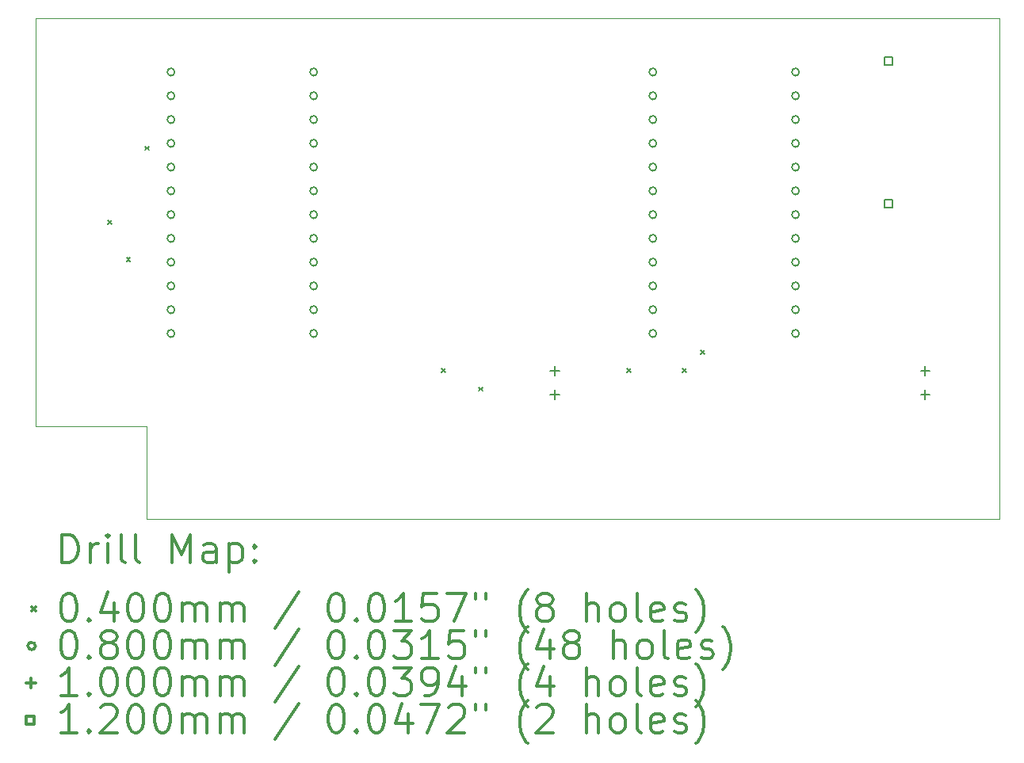
<source format=gbr>
%FSLAX45Y45*%
G04 Gerber Fmt 4.5, Leading zero omitted, Abs format (unit mm)*
G04 Created by KiCad (PCBNEW (5.1.12)-1) date 2022-08-04 09:57:36*
%MOMM*%
%LPD*%
G01*
G04 APERTURE LIST*
%TA.AperFunction,Profile*%
%ADD10C,0.050000*%
%TD*%
%ADD11C,0.200000*%
%ADD12C,0.300000*%
G04 APERTURE END LIST*
D10*
X12556620Y-13870746D02*
X12556620Y-14860746D01*
X12556620Y-13870746D02*
X11368620Y-13870746D01*
X21664620Y-9514746D02*
X21664620Y-14860746D01*
X11368620Y-9514746D02*
X21664620Y-9514746D01*
X11368620Y-13870746D02*
X11368620Y-9514746D01*
X21664620Y-14860746D02*
X12556620Y-14860746D01*
D11*
X12140620Y-11672746D02*
X12180620Y-11712746D01*
X12180620Y-11672746D02*
X12140620Y-11712746D01*
X12338620Y-12068746D02*
X12378620Y-12108746D01*
X12378620Y-12068746D02*
X12338620Y-12108746D01*
X12536620Y-10880746D02*
X12576620Y-10920746D01*
X12576620Y-10880746D02*
X12536620Y-10920746D01*
X15704620Y-13256746D02*
X15744620Y-13296746D01*
X15744620Y-13256746D02*
X15704620Y-13296746D01*
X16100620Y-13454746D02*
X16140620Y-13494746D01*
X16140620Y-13454746D02*
X16100620Y-13494746D01*
X17684620Y-13256746D02*
X17724620Y-13296746D01*
X17724620Y-13256746D02*
X17684620Y-13296746D01*
X18278620Y-13256746D02*
X18318620Y-13296746D01*
X18318620Y-13256746D02*
X18278620Y-13296746D01*
X18476620Y-13058746D02*
X18516620Y-13098746D01*
X18516620Y-13058746D02*
X18476620Y-13098746D01*
X12854620Y-10086746D02*
G75*
G03*
X12854620Y-10086746I-40000J0D01*
G01*
X12854620Y-10340746D02*
G75*
G03*
X12854620Y-10340746I-40000J0D01*
G01*
X12854620Y-10594746D02*
G75*
G03*
X12854620Y-10594746I-40000J0D01*
G01*
X12854620Y-10848746D02*
G75*
G03*
X12854620Y-10848746I-40000J0D01*
G01*
X12854620Y-11102746D02*
G75*
G03*
X12854620Y-11102746I-40000J0D01*
G01*
X12854620Y-11356746D02*
G75*
G03*
X12854620Y-11356746I-40000J0D01*
G01*
X12854620Y-11610746D02*
G75*
G03*
X12854620Y-11610746I-40000J0D01*
G01*
X12854620Y-11864746D02*
G75*
G03*
X12854620Y-11864746I-40000J0D01*
G01*
X12854620Y-12118746D02*
G75*
G03*
X12854620Y-12118746I-40000J0D01*
G01*
X12854620Y-12372746D02*
G75*
G03*
X12854620Y-12372746I-40000J0D01*
G01*
X12854620Y-12626746D02*
G75*
G03*
X12854620Y-12626746I-40000J0D01*
G01*
X12854620Y-12880746D02*
G75*
G03*
X12854620Y-12880746I-40000J0D01*
G01*
X14378620Y-10086746D02*
G75*
G03*
X14378620Y-10086746I-40000J0D01*
G01*
X14378620Y-10340746D02*
G75*
G03*
X14378620Y-10340746I-40000J0D01*
G01*
X14378620Y-10594746D02*
G75*
G03*
X14378620Y-10594746I-40000J0D01*
G01*
X14378620Y-10848746D02*
G75*
G03*
X14378620Y-10848746I-40000J0D01*
G01*
X14378620Y-11102746D02*
G75*
G03*
X14378620Y-11102746I-40000J0D01*
G01*
X14378620Y-11356746D02*
G75*
G03*
X14378620Y-11356746I-40000J0D01*
G01*
X14378620Y-11610746D02*
G75*
G03*
X14378620Y-11610746I-40000J0D01*
G01*
X14378620Y-11864746D02*
G75*
G03*
X14378620Y-11864746I-40000J0D01*
G01*
X14378620Y-12118746D02*
G75*
G03*
X14378620Y-12118746I-40000J0D01*
G01*
X14378620Y-12372746D02*
G75*
G03*
X14378620Y-12372746I-40000J0D01*
G01*
X14378620Y-12626746D02*
G75*
G03*
X14378620Y-12626746I-40000J0D01*
G01*
X14378620Y-12880746D02*
G75*
G03*
X14378620Y-12880746I-40000J0D01*
G01*
X18002620Y-10086746D02*
G75*
G03*
X18002620Y-10086746I-40000J0D01*
G01*
X18002620Y-10340746D02*
G75*
G03*
X18002620Y-10340746I-40000J0D01*
G01*
X18002620Y-10594746D02*
G75*
G03*
X18002620Y-10594746I-40000J0D01*
G01*
X18002620Y-10848746D02*
G75*
G03*
X18002620Y-10848746I-40000J0D01*
G01*
X18002620Y-11102746D02*
G75*
G03*
X18002620Y-11102746I-40000J0D01*
G01*
X18002620Y-11356746D02*
G75*
G03*
X18002620Y-11356746I-40000J0D01*
G01*
X18002620Y-11610746D02*
G75*
G03*
X18002620Y-11610746I-40000J0D01*
G01*
X18002620Y-11864746D02*
G75*
G03*
X18002620Y-11864746I-40000J0D01*
G01*
X18002620Y-12118746D02*
G75*
G03*
X18002620Y-12118746I-40000J0D01*
G01*
X18002620Y-12372746D02*
G75*
G03*
X18002620Y-12372746I-40000J0D01*
G01*
X18002620Y-12626746D02*
G75*
G03*
X18002620Y-12626746I-40000J0D01*
G01*
X18002620Y-12880746D02*
G75*
G03*
X18002620Y-12880746I-40000J0D01*
G01*
X19526620Y-10086746D02*
G75*
G03*
X19526620Y-10086746I-40000J0D01*
G01*
X19526620Y-10340746D02*
G75*
G03*
X19526620Y-10340746I-40000J0D01*
G01*
X19526620Y-10594746D02*
G75*
G03*
X19526620Y-10594746I-40000J0D01*
G01*
X19526620Y-10848746D02*
G75*
G03*
X19526620Y-10848746I-40000J0D01*
G01*
X19526620Y-11102746D02*
G75*
G03*
X19526620Y-11102746I-40000J0D01*
G01*
X19526620Y-11356746D02*
G75*
G03*
X19526620Y-11356746I-40000J0D01*
G01*
X19526620Y-11610746D02*
G75*
G03*
X19526620Y-11610746I-40000J0D01*
G01*
X19526620Y-11864746D02*
G75*
G03*
X19526620Y-11864746I-40000J0D01*
G01*
X19526620Y-12118746D02*
G75*
G03*
X19526620Y-12118746I-40000J0D01*
G01*
X19526620Y-12372746D02*
G75*
G03*
X19526620Y-12372746I-40000J0D01*
G01*
X19526620Y-12626746D02*
G75*
G03*
X19526620Y-12626746I-40000J0D01*
G01*
X19526620Y-12880746D02*
G75*
G03*
X19526620Y-12880746I-40000J0D01*
G01*
X16912620Y-13226746D02*
X16912620Y-13326746D01*
X16862620Y-13276746D02*
X16962620Y-13276746D01*
X16912620Y-13480746D02*
X16912620Y-13580746D01*
X16862620Y-13530746D02*
X16962620Y-13530746D01*
X20872620Y-13226746D02*
X20872620Y-13326746D01*
X20822620Y-13276746D02*
X20922620Y-13276746D01*
X20872620Y-13480746D02*
X20872620Y-13580746D01*
X20822620Y-13530746D02*
X20922620Y-13530746D01*
X20519047Y-10013173D02*
X20519047Y-9928319D01*
X20434193Y-9928319D01*
X20434193Y-10013173D01*
X20519047Y-10013173D01*
X20519047Y-11537173D02*
X20519047Y-11452319D01*
X20434193Y-11452319D01*
X20434193Y-11537173D01*
X20519047Y-11537173D01*
D12*
X11652548Y-15328960D02*
X11652548Y-15028960D01*
X11723977Y-15028960D01*
X11766834Y-15043246D01*
X11795406Y-15071817D01*
X11809691Y-15100389D01*
X11823977Y-15157532D01*
X11823977Y-15200389D01*
X11809691Y-15257532D01*
X11795406Y-15286103D01*
X11766834Y-15314675D01*
X11723977Y-15328960D01*
X11652548Y-15328960D01*
X11952548Y-15328960D02*
X11952548Y-15128960D01*
X11952548Y-15186103D02*
X11966834Y-15157532D01*
X11981120Y-15143246D01*
X12009691Y-15128960D01*
X12038263Y-15128960D01*
X12138263Y-15328960D02*
X12138263Y-15128960D01*
X12138263Y-15028960D02*
X12123977Y-15043246D01*
X12138263Y-15057532D01*
X12152548Y-15043246D01*
X12138263Y-15028960D01*
X12138263Y-15057532D01*
X12323977Y-15328960D02*
X12295406Y-15314675D01*
X12281120Y-15286103D01*
X12281120Y-15028960D01*
X12481120Y-15328960D02*
X12452548Y-15314675D01*
X12438263Y-15286103D01*
X12438263Y-15028960D01*
X12823977Y-15328960D02*
X12823977Y-15028960D01*
X12923977Y-15243246D01*
X13023977Y-15028960D01*
X13023977Y-15328960D01*
X13295406Y-15328960D02*
X13295406Y-15171817D01*
X13281120Y-15143246D01*
X13252548Y-15128960D01*
X13195406Y-15128960D01*
X13166834Y-15143246D01*
X13295406Y-15314675D02*
X13266834Y-15328960D01*
X13195406Y-15328960D01*
X13166834Y-15314675D01*
X13152548Y-15286103D01*
X13152548Y-15257532D01*
X13166834Y-15228960D01*
X13195406Y-15214675D01*
X13266834Y-15214675D01*
X13295406Y-15200389D01*
X13438263Y-15128960D02*
X13438263Y-15428960D01*
X13438263Y-15143246D02*
X13466834Y-15128960D01*
X13523977Y-15128960D01*
X13552548Y-15143246D01*
X13566834Y-15157532D01*
X13581120Y-15186103D01*
X13581120Y-15271817D01*
X13566834Y-15300389D01*
X13552548Y-15314675D01*
X13523977Y-15328960D01*
X13466834Y-15328960D01*
X13438263Y-15314675D01*
X13709691Y-15300389D02*
X13723977Y-15314675D01*
X13709691Y-15328960D01*
X13695406Y-15314675D01*
X13709691Y-15300389D01*
X13709691Y-15328960D01*
X13709691Y-15143246D02*
X13723977Y-15157532D01*
X13709691Y-15171817D01*
X13695406Y-15157532D01*
X13709691Y-15143246D01*
X13709691Y-15171817D01*
X11326120Y-15803246D02*
X11366120Y-15843246D01*
X11366120Y-15803246D02*
X11326120Y-15843246D01*
X11709691Y-15658960D02*
X11738263Y-15658960D01*
X11766834Y-15673246D01*
X11781120Y-15687532D01*
X11795406Y-15716103D01*
X11809691Y-15773246D01*
X11809691Y-15844675D01*
X11795406Y-15901817D01*
X11781120Y-15930389D01*
X11766834Y-15944675D01*
X11738263Y-15958960D01*
X11709691Y-15958960D01*
X11681120Y-15944675D01*
X11666834Y-15930389D01*
X11652548Y-15901817D01*
X11638263Y-15844675D01*
X11638263Y-15773246D01*
X11652548Y-15716103D01*
X11666834Y-15687532D01*
X11681120Y-15673246D01*
X11709691Y-15658960D01*
X11938263Y-15930389D02*
X11952548Y-15944675D01*
X11938263Y-15958960D01*
X11923977Y-15944675D01*
X11938263Y-15930389D01*
X11938263Y-15958960D01*
X12209691Y-15758960D02*
X12209691Y-15958960D01*
X12138263Y-15644675D02*
X12066834Y-15858960D01*
X12252548Y-15858960D01*
X12423977Y-15658960D02*
X12452548Y-15658960D01*
X12481120Y-15673246D01*
X12495406Y-15687532D01*
X12509691Y-15716103D01*
X12523977Y-15773246D01*
X12523977Y-15844675D01*
X12509691Y-15901817D01*
X12495406Y-15930389D01*
X12481120Y-15944675D01*
X12452548Y-15958960D01*
X12423977Y-15958960D01*
X12395406Y-15944675D01*
X12381120Y-15930389D01*
X12366834Y-15901817D01*
X12352548Y-15844675D01*
X12352548Y-15773246D01*
X12366834Y-15716103D01*
X12381120Y-15687532D01*
X12395406Y-15673246D01*
X12423977Y-15658960D01*
X12709691Y-15658960D02*
X12738263Y-15658960D01*
X12766834Y-15673246D01*
X12781120Y-15687532D01*
X12795406Y-15716103D01*
X12809691Y-15773246D01*
X12809691Y-15844675D01*
X12795406Y-15901817D01*
X12781120Y-15930389D01*
X12766834Y-15944675D01*
X12738263Y-15958960D01*
X12709691Y-15958960D01*
X12681120Y-15944675D01*
X12666834Y-15930389D01*
X12652548Y-15901817D01*
X12638263Y-15844675D01*
X12638263Y-15773246D01*
X12652548Y-15716103D01*
X12666834Y-15687532D01*
X12681120Y-15673246D01*
X12709691Y-15658960D01*
X12938263Y-15958960D02*
X12938263Y-15758960D01*
X12938263Y-15787532D02*
X12952548Y-15773246D01*
X12981120Y-15758960D01*
X13023977Y-15758960D01*
X13052548Y-15773246D01*
X13066834Y-15801817D01*
X13066834Y-15958960D01*
X13066834Y-15801817D02*
X13081120Y-15773246D01*
X13109691Y-15758960D01*
X13152548Y-15758960D01*
X13181120Y-15773246D01*
X13195406Y-15801817D01*
X13195406Y-15958960D01*
X13338263Y-15958960D02*
X13338263Y-15758960D01*
X13338263Y-15787532D02*
X13352548Y-15773246D01*
X13381120Y-15758960D01*
X13423977Y-15758960D01*
X13452548Y-15773246D01*
X13466834Y-15801817D01*
X13466834Y-15958960D01*
X13466834Y-15801817D02*
X13481120Y-15773246D01*
X13509691Y-15758960D01*
X13552548Y-15758960D01*
X13581120Y-15773246D01*
X13595406Y-15801817D01*
X13595406Y-15958960D01*
X14181120Y-15644675D02*
X13923977Y-16030389D01*
X14566834Y-15658960D02*
X14595406Y-15658960D01*
X14623977Y-15673246D01*
X14638263Y-15687532D01*
X14652548Y-15716103D01*
X14666834Y-15773246D01*
X14666834Y-15844675D01*
X14652548Y-15901817D01*
X14638263Y-15930389D01*
X14623977Y-15944675D01*
X14595406Y-15958960D01*
X14566834Y-15958960D01*
X14538263Y-15944675D01*
X14523977Y-15930389D01*
X14509691Y-15901817D01*
X14495406Y-15844675D01*
X14495406Y-15773246D01*
X14509691Y-15716103D01*
X14523977Y-15687532D01*
X14538263Y-15673246D01*
X14566834Y-15658960D01*
X14795406Y-15930389D02*
X14809691Y-15944675D01*
X14795406Y-15958960D01*
X14781120Y-15944675D01*
X14795406Y-15930389D01*
X14795406Y-15958960D01*
X14995406Y-15658960D02*
X15023977Y-15658960D01*
X15052548Y-15673246D01*
X15066834Y-15687532D01*
X15081120Y-15716103D01*
X15095406Y-15773246D01*
X15095406Y-15844675D01*
X15081120Y-15901817D01*
X15066834Y-15930389D01*
X15052548Y-15944675D01*
X15023977Y-15958960D01*
X14995406Y-15958960D01*
X14966834Y-15944675D01*
X14952548Y-15930389D01*
X14938263Y-15901817D01*
X14923977Y-15844675D01*
X14923977Y-15773246D01*
X14938263Y-15716103D01*
X14952548Y-15687532D01*
X14966834Y-15673246D01*
X14995406Y-15658960D01*
X15381120Y-15958960D02*
X15209691Y-15958960D01*
X15295406Y-15958960D02*
X15295406Y-15658960D01*
X15266834Y-15701817D01*
X15238263Y-15730389D01*
X15209691Y-15744675D01*
X15652548Y-15658960D02*
X15509691Y-15658960D01*
X15495406Y-15801817D01*
X15509691Y-15787532D01*
X15538263Y-15773246D01*
X15609691Y-15773246D01*
X15638263Y-15787532D01*
X15652548Y-15801817D01*
X15666834Y-15830389D01*
X15666834Y-15901817D01*
X15652548Y-15930389D01*
X15638263Y-15944675D01*
X15609691Y-15958960D01*
X15538263Y-15958960D01*
X15509691Y-15944675D01*
X15495406Y-15930389D01*
X15766834Y-15658960D02*
X15966834Y-15658960D01*
X15838263Y-15958960D01*
X16066834Y-15658960D02*
X16066834Y-15716103D01*
X16181120Y-15658960D02*
X16181120Y-15716103D01*
X16623977Y-16073246D02*
X16609691Y-16058960D01*
X16581120Y-16016103D01*
X16566834Y-15987532D01*
X16552548Y-15944675D01*
X16538263Y-15873246D01*
X16538263Y-15816103D01*
X16552548Y-15744675D01*
X16566834Y-15701817D01*
X16581120Y-15673246D01*
X16609691Y-15630389D01*
X16623977Y-15616103D01*
X16781120Y-15787532D02*
X16752548Y-15773246D01*
X16738263Y-15758960D01*
X16723977Y-15730389D01*
X16723977Y-15716103D01*
X16738263Y-15687532D01*
X16752548Y-15673246D01*
X16781120Y-15658960D01*
X16838263Y-15658960D01*
X16866834Y-15673246D01*
X16881120Y-15687532D01*
X16895406Y-15716103D01*
X16895406Y-15730389D01*
X16881120Y-15758960D01*
X16866834Y-15773246D01*
X16838263Y-15787532D01*
X16781120Y-15787532D01*
X16752548Y-15801817D01*
X16738263Y-15816103D01*
X16723977Y-15844675D01*
X16723977Y-15901817D01*
X16738263Y-15930389D01*
X16752548Y-15944675D01*
X16781120Y-15958960D01*
X16838263Y-15958960D01*
X16866834Y-15944675D01*
X16881120Y-15930389D01*
X16895406Y-15901817D01*
X16895406Y-15844675D01*
X16881120Y-15816103D01*
X16866834Y-15801817D01*
X16838263Y-15787532D01*
X17252548Y-15958960D02*
X17252548Y-15658960D01*
X17381120Y-15958960D02*
X17381120Y-15801817D01*
X17366834Y-15773246D01*
X17338263Y-15758960D01*
X17295406Y-15758960D01*
X17266834Y-15773246D01*
X17252548Y-15787532D01*
X17566834Y-15958960D02*
X17538263Y-15944675D01*
X17523977Y-15930389D01*
X17509691Y-15901817D01*
X17509691Y-15816103D01*
X17523977Y-15787532D01*
X17538263Y-15773246D01*
X17566834Y-15758960D01*
X17609691Y-15758960D01*
X17638263Y-15773246D01*
X17652548Y-15787532D01*
X17666834Y-15816103D01*
X17666834Y-15901817D01*
X17652548Y-15930389D01*
X17638263Y-15944675D01*
X17609691Y-15958960D01*
X17566834Y-15958960D01*
X17838263Y-15958960D02*
X17809691Y-15944675D01*
X17795406Y-15916103D01*
X17795406Y-15658960D01*
X18066834Y-15944675D02*
X18038263Y-15958960D01*
X17981120Y-15958960D01*
X17952548Y-15944675D01*
X17938263Y-15916103D01*
X17938263Y-15801817D01*
X17952548Y-15773246D01*
X17981120Y-15758960D01*
X18038263Y-15758960D01*
X18066834Y-15773246D01*
X18081120Y-15801817D01*
X18081120Y-15830389D01*
X17938263Y-15858960D01*
X18195406Y-15944675D02*
X18223977Y-15958960D01*
X18281120Y-15958960D01*
X18309691Y-15944675D01*
X18323977Y-15916103D01*
X18323977Y-15901817D01*
X18309691Y-15873246D01*
X18281120Y-15858960D01*
X18238263Y-15858960D01*
X18209691Y-15844675D01*
X18195406Y-15816103D01*
X18195406Y-15801817D01*
X18209691Y-15773246D01*
X18238263Y-15758960D01*
X18281120Y-15758960D01*
X18309691Y-15773246D01*
X18423977Y-16073246D02*
X18438263Y-16058960D01*
X18466834Y-16016103D01*
X18481120Y-15987532D01*
X18495406Y-15944675D01*
X18509691Y-15873246D01*
X18509691Y-15816103D01*
X18495406Y-15744675D01*
X18481120Y-15701817D01*
X18466834Y-15673246D01*
X18438263Y-15630389D01*
X18423977Y-15616103D01*
X11366120Y-16219246D02*
G75*
G03*
X11366120Y-16219246I-40000J0D01*
G01*
X11709691Y-16054960D02*
X11738263Y-16054960D01*
X11766834Y-16069246D01*
X11781120Y-16083532D01*
X11795406Y-16112103D01*
X11809691Y-16169246D01*
X11809691Y-16240675D01*
X11795406Y-16297817D01*
X11781120Y-16326389D01*
X11766834Y-16340675D01*
X11738263Y-16354960D01*
X11709691Y-16354960D01*
X11681120Y-16340675D01*
X11666834Y-16326389D01*
X11652548Y-16297817D01*
X11638263Y-16240675D01*
X11638263Y-16169246D01*
X11652548Y-16112103D01*
X11666834Y-16083532D01*
X11681120Y-16069246D01*
X11709691Y-16054960D01*
X11938263Y-16326389D02*
X11952548Y-16340675D01*
X11938263Y-16354960D01*
X11923977Y-16340675D01*
X11938263Y-16326389D01*
X11938263Y-16354960D01*
X12123977Y-16183532D02*
X12095406Y-16169246D01*
X12081120Y-16154960D01*
X12066834Y-16126389D01*
X12066834Y-16112103D01*
X12081120Y-16083532D01*
X12095406Y-16069246D01*
X12123977Y-16054960D01*
X12181120Y-16054960D01*
X12209691Y-16069246D01*
X12223977Y-16083532D01*
X12238263Y-16112103D01*
X12238263Y-16126389D01*
X12223977Y-16154960D01*
X12209691Y-16169246D01*
X12181120Y-16183532D01*
X12123977Y-16183532D01*
X12095406Y-16197817D01*
X12081120Y-16212103D01*
X12066834Y-16240675D01*
X12066834Y-16297817D01*
X12081120Y-16326389D01*
X12095406Y-16340675D01*
X12123977Y-16354960D01*
X12181120Y-16354960D01*
X12209691Y-16340675D01*
X12223977Y-16326389D01*
X12238263Y-16297817D01*
X12238263Y-16240675D01*
X12223977Y-16212103D01*
X12209691Y-16197817D01*
X12181120Y-16183532D01*
X12423977Y-16054960D02*
X12452548Y-16054960D01*
X12481120Y-16069246D01*
X12495406Y-16083532D01*
X12509691Y-16112103D01*
X12523977Y-16169246D01*
X12523977Y-16240675D01*
X12509691Y-16297817D01*
X12495406Y-16326389D01*
X12481120Y-16340675D01*
X12452548Y-16354960D01*
X12423977Y-16354960D01*
X12395406Y-16340675D01*
X12381120Y-16326389D01*
X12366834Y-16297817D01*
X12352548Y-16240675D01*
X12352548Y-16169246D01*
X12366834Y-16112103D01*
X12381120Y-16083532D01*
X12395406Y-16069246D01*
X12423977Y-16054960D01*
X12709691Y-16054960D02*
X12738263Y-16054960D01*
X12766834Y-16069246D01*
X12781120Y-16083532D01*
X12795406Y-16112103D01*
X12809691Y-16169246D01*
X12809691Y-16240675D01*
X12795406Y-16297817D01*
X12781120Y-16326389D01*
X12766834Y-16340675D01*
X12738263Y-16354960D01*
X12709691Y-16354960D01*
X12681120Y-16340675D01*
X12666834Y-16326389D01*
X12652548Y-16297817D01*
X12638263Y-16240675D01*
X12638263Y-16169246D01*
X12652548Y-16112103D01*
X12666834Y-16083532D01*
X12681120Y-16069246D01*
X12709691Y-16054960D01*
X12938263Y-16354960D02*
X12938263Y-16154960D01*
X12938263Y-16183532D02*
X12952548Y-16169246D01*
X12981120Y-16154960D01*
X13023977Y-16154960D01*
X13052548Y-16169246D01*
X13066834Y-16197817D01*
X13066834Y-16354960D01*
X13066834Y-16197817D02*
X13081120Y-16169246D01*
X13109691Y-16154960D01*
X13152548Y-16154960D01*
X13181120Y-16169246D01*
X13195406Y-16197817D01*
X13195406Y-16354960D01*
X13338263Y-16354960D02*
X13338263Y-16154960D01*
X13338263Y-16183532D02*
X13352548Y-16169246D01*
X13381120Y-16154960D01*
X13423977Y-16154960D01*
X13452548Y-16169246D01*
X13466834Y-16197817D01*
X13466834Y-16354960D01*
X13466834Y-16197817D02*
X13481120Y-16169246D01*
X13509691Y-16154960D01*
X13552548Y-16154960D01*
X13581120Y-16169246D01*
X13595406Y-16197817D01*
X13595406Y-16354960D01*
X14181120Y-16040675D02*
X13923977Y-16426389D01*
X14566834Y-16054960D02*
X14595406Y-16054960D01*
X14623977Y-16069246D01*
X14638263Y-16083532D01*
X14652548Y-16112103D01*
X14666834Y-16169246D01*
X14666834Y-16240675D01*
X14652548Y-16297817D01*
X14638263Y-16326389D01*
X14623977Y-16340675D01*
X14595406Y-16354960D01*
X14566834Y-16354960D01*
X14538263Y-16340675D01*
X14523977Y-16326389D01*
X14509691Y-16297817D01*
X14495406Y-16240675D01*
X14495406Y-16169246D01*
X14509691Y-16112103D01*
X14523977Y-16083532D01*
X14538263Y-16069246D01*
X14566834Y-16054960D01*
X14795406Y-16326389D02*
X14809691Y-16340675D01*
X14795406Y-16354960D01*
X14781120Y-16340675D01*
X14795406Y-16326389D01*
X14795406Y-16354960D01*
X14995406Y-16054960D02*
X15023977Y-16054960D01*
X15052548Y-16069246D01*
X15066834Y-16083532D01*
X15081120Y-16112103D01*
X15095406Y-16169246D01*
X15095406Y-16240675D01*
X15081120Y-16297817D01*
X15066834Y-16326389D01*
X15052548Y-16340675D01*
X15023977Y-16354960D01*
X14995406Y-16354960D01*
X14966834Y-16340675D01*
X14952548Y-16326389D01*
X14938263Y-16297817D01*
X14923977Y-16240675D01*
X14923977Y-16169246D01*
X14938263Y-16112103D01*
X14952548Y-16083532D01*
X14966834Y-16069246D01*
X14995406Y-16054960D01*
X15195406Y-16054960D02*
X15381120Y-16054960D01*
X15281120Y-16169246D01*
X15323977Y-16169246D01*
X15352548Y-16183532D01*
X15366834Y-16197817D01*
X15381120Y-16226389D01*
X15381120Y-16297817D01*
X15366834Y-16326389D01*
X15352548Y-16340675D01*
X15323977Y-16354960D01*
X15238263Y-16354960D01*
X15209691Y-16340675D01*
X15195406Y-16326389D01*
X15666834Y-16354960D02*
X15495406Y-16354960D01*
X15581120Y-16354960D02*
X15581120Y-16054960D01*
X15552548Y-16097817D01*
X15523977Y-16126389D01*
X15495406Y-16140675D01*
X15938263Y-16054960D02*
X15795406Y-16054960D01*
X15781120Y-16197817D01*
X15795406Y-16183532D01*
X15823977Y-16169246D01*
X15895406Y-16169246D01*
X15923977Y-16183532D01*
X15938263Y-16197817D01*
X15952548Y-16226389D01*
X15952548Y-16297817D01*
X15938263Y-16326389D01*
X15923977Y-16340675D01*
X15895406Y-16354960D01*
X15823977Y-16354960D01*
X15795406Y-16340675D01*
X15781120Y-16326389D01*
X16066834Y-16054960D02*
X16066834Y-16112103D01*
X16181120Y-16054960D02*
X16181120Y-16112103D01*
X16623977Y-16469246D02*
X16609691Y-16454960D01*
X16581120Y-16412103D01*
X16566834Y-16383532D01*
X16552548Y-16340675D01*
X16538263Y-16269246D01*
X16538263Y-16212103D01*
X16552548Y-16140675D01*
X16566834Y-16097817D01*
X16581120Y-16069246D01*
X16609691Y-16026389D01*
X16623977Y-16012103D01*
X16866834Y-16154960D02*
X16866834Y-16354960D01*
X16795406Y-16040675D02*
X16723977Y-16254960D01*
X16909691Y-16254960D01*
X17066834Y-16183532D02*
X17038263Y-16169246D01*
X17023977Y-16154960D01*
X17009691Y-16126389D01*
X17009691Y-16112103D01*
X17023977Y-16083532D01*
X17038263Y-16069246D01*
X17066834Y-16054960D01*
X17123977Y-16054960D01*
X17152548Y-16069246D01*
X17166834Y-16083532D01*
X17181120Y-16112103D01*
X17181120Y-16126389D01*
X17166834Y-16154960D01*
X17152548Y-16169246D01*
X17123977Y-16183532D01*
X17066834Y-16183532D01*
X17038263Y-16197817D01*
X17023977Y-16212103D01*
X17009691Y-16240675D01*
X17009691Y-16297817D01*
X17023977Y-16326389D01*
X17038263Y-16340675D01*
X17066834Y-16354960D01*
X17123977Y-16354960D01*
X17152548Y-16340675D01*
X17166834Y-16326389D01*
X17181120Y-16297817D01*
X17181120Y-16240675D01*
X17166834Y-16212103D01*
X17152548Y-16197817D01*
X17123977Y-16183532D01*
X17538263Y-16354960D02*
X17538263Y-16054960D01*
X17666834Y-16354960D02*
X17666834Y-16197817D01*
X17652548Y-16169246D01*
X17623977Y-16154960D01*
X17581120Y-16154960D01*
X17552548Y-16169246D01*
X17538263Y-16183532D01*
X17852548Y-16354960D02*
X17823977Y-16340675D01*
X17809691Y-16326389D01*
X17795406Y-16297817D01*
X17795406Y-16212103D01*
X17809691Y-16183532D01*
X17823977Y-16169246D01*
X17852548Y-16154960D01*
X17895406Y-16154960D01*
X17923977Y-16169246D01*
X17938263Y-16183532D01*
X17952548Y-16212103D01*
X17952548Y-16297817D01*
X17938263Y-16326389D01*
X17923977Y-16340675D01*
X17895406Y-16354960D01*
X17852548Y-16354960D01*
X18123977Y-16354960D02*
X18095406Y-16340675D01*
X18081120Y-16312103D01*
X18081120Y-16054960D01*
X18352548Y-16340675D02*
X18323977Y-16354960D01*
X18266834Y-16354960D01*
X18238263Y-16340675D01*
X18223977Y-16312103D01*
X18223977Y-16197817D01*
X18238263Y-16169246D01*
X18266834Y-16154960D01*
X18323977Y-16154960D01*
X18352548Y-16169246D01*
X18366834Y-16197817D01*
X18366834Y-16226389D01*
X18223977Y-16254960D01*
X18481120Y-16340675D02*
X18509691Y-16354960D01*
X18566834Y-16354960D01*
X18595406Y-16340675D01*
X18609691Y-16312103D01*
X18609691Y-16297817D01*
X18595406Y-16269246D01*
X18566834Y-16254960D01*
X18523977Y-16254960D01*
X18495406Y-16240675D01*
X18481120Y-16212103D01*
X18481120Y-16197817D01*
X18495406Y-16169246D01*
X18523977Y-16154960D01*
X18566834Y-16154960D01*
X18595406Y-16169246D01*
X18709691Y-16469246D02*
X18723977Y-16454960D01*
X18752548Y-16412103D01*
X18766834Y-16383532D01*
X18781120Y-16340675D01*
X18795406Y-16269246D01*
X18795406Y-16212103D01*
X18781120Y-16140675D01*
X18766834Y-16097817D01*
X18752548Y-16069246D01*
X18723977Y-16026389D01*
X18709691Y-16012103D01*
X11316120Y-16565246D02*
X11316120Y-16665246D01*
X11266120Y-16615246D02*
X11366120Y-16615246D01*
X11809691Y-16750960D02*
X11638263Y-16750960D01*
X11723977Y-16750960D02*
X11723977Y-16450960D01*
X11695406Y-16493817D01*
X11666834Y-16522389D01*
X11638263Y-16536675D01*
X11938263Y-16722389D02*
X11952548Y-16736675D01*
X11938263Y-16750960D01*
X11923977Y-16736675D01*
X11938263Y-16722389D01*
X11938263Y-16750960D01*
X12138263Y-16450960D02*
X12166834Y-16450960D01*
X12195406Y-16465246D01*
X12209691Y-16479532D01*
X12223977Y-16508103D01*
X12238263Y-16565246D01*
X12238263Y-16636675D01*
X12223977Y-16693817D01*
X12209691Y-16722389D01*
X12195406Y-16736675D01*
X12166834Y-16750960D01*
X12138263Y-16750960D01*
X12109691Y-16736675D01*
X12095406Y-16722389D01*
X12081120Y-16693817D01*
X12066834Y-16636675D01*
X12066834Y-16565246D01*
X12081120Y-16508103D01*
X12095406Y-16479532D01*
X12109691Y-16465246D01*
X12138263Y-16450960D01*
X12423977Y-16450960D02*
X12452548Y-16450960D01*
X12481120Y-16465246D01*
X12495406Y-16479532D01*
X12509691Y-16508103D01*
X12523977Y-16565246D01*
X12523977Y-16636675D01*
X12509691Y-16693817D01*
X12495406Y-16722389D01*
X12481120Y-16736675D01*
X12452548Y-16750960D01*
X12423977Y-16750960D01*
X12395406Y-16736675D01*
X12381120Y-16722389D01*
X12366834Y-16693817D01*
X12352548Y-16636675D01*
X12352548Y-16565246D01*
X12366834Y-16508103D01*
X12381120Y-16479532D01*
X12395406Y-16465246D01*
X12423977Y-16450960D01*
X12709691Y-16450960D02*
X12738263Y-16450960D01*
X12766834Y-16465246D01*
X12781120Y-16479532D01*
X12795406Y-16508103D01*
X12809691Y-16565246D01*
X12809691Y-16636675D01*
X12795406Y-16693817D01*
X12781120Y-16722389D01*
X12766834Y-16736675D01*
X12738263Y-16750960D01*
X12709691Y-16750960D01*
X12681120Y-16736675D01*
X12666834Y-16722389D01*
X12652548Y-16693817D01*
X12638263Y-16636675D01*
X12638263Y-16565246D01*
X12652548Y-16508103D01*
X12666834Y-16479532D01*
X12681120Y-16465246D01*
X12709691Y-16450960D01*
X12938263Y-16750960D02*
X12938263Y-16550960D01*
X12938263Y-16579532D02*
X12952548Y-16565246D01*
X12981120Y-16550960D01*
X13023977Y-16550960D01*
X13052548Y-16565246D01*
X13066834Y-16593817D01*
X13066834Y-16750960D01*
X13066834Y-16593817D02*
X13081120Y-16565246D01*
X13109691Y-16550960D01*
X13152548Y-16550960D01*
X13181120Y-16565246D01*
X13195406Y-16593817D01*
X13195406Y-16750960D01*
X13338263Y-16750960D02*
X13338263Y-16550960D01*
X13338263Y-16579532D02*
X13352548Y-16565246D01*
X13381120Y-16550960D01*
X13423977Y-16550960D01*
X13452548Y-16565246D01*
X13466834Y-16593817D01*
X13466834Y-16750960D01*
X13466834Y-16593817D02*
X13481120Y-16565246D01*
X13509691Y-16550960D01*
X13552548Y-16550960D01*
X13581120Y-16565246D01*
X13595406Y-16593817D01*
X13595406Y-16750960D01*
X14181120Y-16436675D02*
X13923977Y-16822389D01*
X14566834Y-16450960D02*
X14595406Y-16450960D01*
X14623977Y-16465246D01*
X14638263Y-16479532D01*
X14652548Y-16508103D01*
X14666834Y-16565246D01*
X14666834Y-16636675D01*
X14652548Y-16693817D01*
X14638263Y-16722389D01*
X14623977Y-16736675D01*
X14595406Y-16750960D01*
X14566834Y-16750960D01*
X14538263Y-16736675D01*
X14523977Y-16722389D01*
X14509691Y-16693817D01*
X14495406Y-16636675D01*
X14495406Y-16565246D01*
X14509691Y-16508103D01*
X14523977Y-16479532D01*
X14538263Y-16465246D01*
X14566834Y-16450960D01*
X14795406Y-16722389D02*
X14809691Y-16736675D01*
X14795406Y-16750960D01*
X14781120Y-16736675D01*
X14795406Y-16722389D01*
X14795406Y-16750960D01*
X14995406Y-16450960D02*
X15023977Y-16450960D01*
X15052548Y-16465246D01*
X15066834Y-16479532D01*
X15081120Y-16508103D01*
X15095406Y-16565246D01*
X15095406Y-16636675D01*
X15081120Y-16693817D01*
X15066834Y-16722389D01*
X15052548Y-16736675D01*
X15023977Y-16750960D01*
X14995406Y-16750960D01*
X14966834Y-16736675D01*
X14952548Y-16722389D01*
X14938263Y-16693817D01*
X14923977Y-16636675D01*
X14923977Y-16565246D01*
X14938263Y-16508103D01*
X14952548Y-16479532D01*
X14966834Y-16465246D01*
X14995406Y-16450960D01*
X15195406Y-16450960D02*
X15381120Y-16450960D01*
X15281120Y-16565246D01*
X15323977Y-16565246D01*
X15352548Y-16579532D01*
X15366834Y-16593817D01*
X15381120Y-16622389D01*
X15381120Y-16693817D01*
X15366834Y-16722389D01*
X15352548Y-16736675D01*
X15323977Y-16750960D01*
X15238263Y-16750960D01*
X15209691Y-16736675D01*
X15195406Y-16722389D01*
X15523977Y-16750960D02*
X15581120Y-16750960D01*
X15609691Y-16736675D01*
X15623977Y-16722389D01*
X15652548Y-16679532D01*
X15666834Y-16622389D01*
X15666834Y-16508103D01*
X15652548Y-16479532D01*
X15638263Y-16465246D01*
X15609691Y-16450960D01*
X15552548Y-16450960D01*
X15523977Y-16465246D01*
X15509691Y-16479532D01*
X15495406Y-16508103D01*
X15495406Y-16579532D01*
X15509691Y-16608103D01*
X15523977Y-16622389D01*
X15552548Y-16636675D01*
X15609691Y-16636675D01*
X15638263Y-16622389D01*
X15652548Y-16608103D01*
X15666834Y-16579532D01*
X15923977Y-16550960D02*
X15923977Y-16750960D01*
X15852548Y-16436675D02*
X15781120Y-16650960D01*
X15966834Y-16650960D01*
X16066834Y-16450960D02*
X16066834Y-16508103D01*
X16181120Y-16450960D02*
X16181120Y-16508103D01*
X16623977Y-16865246D02*
X16609691Y-16850960D01*
X16581120Y-16808103D01*
X16566834Y-16779532D01*
X16552548Y-16736675D01*
X16538263Y-16665246D01*
X16538263Y-16608103D01*
X16552548Y-16536675D01*
X16566834Y-16493817D01*
X16581120Y-16465246D01*
X16609691Y-16422389D01*
X16623977Y-16408103D01*
X16866834Y-16550960D02*
X16866834Y-16750960D01*
X16795406Y-16436675D02*
X16723977Y-16650960D01*
X16909691Y-16650960D01*
X17252548Y-16750960D02*
X17252548Y-16450960D01*
X17381120Y-16750960D02*
X17381120Y-16593817D01*
X17366834Y-16565246D01*
X17338263Y-16550960D01*
X17295406Y-16550960D01*
X17266834Y-16565246D01*
X17252548Y-16579532D01*
X17566834Y-16750960D02*
X17538263Y-16736675D01*
X17523977Y-16722389D01*
X17509691Y-16693817D01*
X17509691Y-16608103D01*
X17523977Y-16579532D01*
X17538263Y-16565246D01*
X17566834Y-16550960D01*
X17609691Y-16550960D01*
X17638263Y-16565246D01*
X17652548Y-16579532D01*
X17666834Y-16608103D01*
X17666834Y-16693817D01*
X17652548Y-16722389D01*
X17638263Y-16736675D01*
X17609691Y-16750960D01*
X17566834Y-16750960D01*
X17838263Y-16750960D02*
X17809691Y-16736675D01*
X17795406Y-16708103D01*
X17795406Y-16450960D01*
X18066834Y-16736675D02*
X18038263Y-16750960D01*
X17981120Y-16750960D01*
X17952548Y-16736675D01*
X17938263Y-16708103D01*
X17938263Y-16593817D01*
X17952548Y-16565246D01*
X17981120Y-16550960D01*
X18038263Y-16550960D01*
X18066834Y-16565246D01*
X18081120Y-16593817D01*
X18081120Y-16622389D01*
X17938263Y-16650960D01*
X18195406Y-16736675D02*
X18223977Y-16750960D01*
X18281120Y-16750960D01*
X18309691Y-16736675D01*
X18323977Y-16708103D01*
X18323977Y-16693817D01*
X18309691Y-16665246D01*
X18281120Y-16650960D01*
X18238263Y-16650960D01*
X18209691Y-16636675D01*
X18195406Y-16608103D01*
X18195406Y-16593817D01*
X18209691Y-16565246D01*
X18238263Y-16550960D01*
X18281120Y-16550960D01*
X18309691Y-16565246D01*
X18423977Y-16865246D02*
X18438263Y-16850960D01*
X18466834Y-16808103D01*
X18481120Y-16779532D01*
X18495406Y-16736675D01*
X18509691Y-16665246D01*
X18509691Y-16608103D01*
X18495406Y-16536675D01*
X18481120Y-16493817D01*
X18466834Y-16465246D01*
X18438263Y-16422389D01*
X18423977Y-16408103D01*
X11348547Y-17053673D02*
X11348547Y-16968819D01*
X11263693Y-16968819D01*
X11263693Y-17053673D01*
X11348547Y-17053673D01*
X11809691Y-17146960D02*
X11638263Y-17146960D01*
X11723977Y-17146960D02*
X11723977Y-16846960D01*
X11695406Y-16889818D01*
X11666834Y-16918389D01*
X11638263Y-16932675D01*
X11938263Y-17118389D02*
X11952548Y-17132675D01*
X11938263Y-17146960D01*
X11923977Y-17132675D01*
X11938263Y-17118389D01*
X11938263Y-17146960D01*
X12066834Y-16875532D02*
X12081120Y-16861246D01*
X12109691Y-16846960D01*
X12181120Y-16846960D01*
X12209691Y-16861246D01*
X12223977Y-16875532D01*
X12238263Y-16904103D01*
X12238263Y-16932675D01*
X12223977Y-16975532D01*
X12052548Y-17146960D01*
X12238263Y-17146960D01*
X12423977Y-16846960D02*
X12452548Y-16846960D01*
X12481120Y-16861246D01*
X12495406Y-16875532D01*
X12509691Y-16904103D01*
X12523977Y-16961246D01*
X12523977Y-17032675D01*
X12509691Y-17089818D01*
X12495406Y-17118389D01*
X12481120Y-17132675D01*
X12452548Y-17146960D01*
X12423977Y-17146960D01*
X12395406Y-17132675D01*
X12381120Y-17118389D01*
X12366834Y-17089818D01*
X12352548Y-17032675D01*
X12352548Y-16961246D01*
X12366834Y-16904103D01*
X12381120Y-16875532D01*
X12395406Y-16861246D01*
X12423977Y-16846960D01*
X12709691Y-16846960D02*
X12738263Y-16846960D01*
X12766834Y-16861246D01*
X12781120Y-16875532D01*
X12795406Y-16904103D01*
X12809691Y-16961246D01*
X12809691Y-17032675D01*
X12795406Y-17089818D01*
X12781120Y-17118389D01*
X12766834Y-17132675D01*
X12738263Y-17146960D01*
X12709691Y-17146960D01*
X12681120Y-17132675D01*
X12666834Y-17118389D01*
X12652548Y-17089818D01*
X12638263Y-17032675D01*
X12638263Y-16961246D01*
X12652548Y-16904103D01*
X12666834Y-16875532D01*
X12681120Y-16861246D01*
X12709691Y-16846960D01*
X12938263Y-17146960D02*
X12938263Y-16946960D01*
X12938263Y-16975532D02*
X12952548Y-16961246D01*
X12981120Y-16946960D01*
X13023977Y-16946960D01*
X13052548Y-16961246D01*
X13066834Y-16989818D01*
X13066834Y-17146960D01*
X13066834Y-16989818D02*
X13081120Y-16961246D01*
X13109691Y-16946960D01*
X13152548Y-16946960D01*
X13181120Y-16961246D01*
X13195406Y-16989818D01*
X13195406Y-17146960D01*
X13338263Y-17146960D02*
X13338263Y-16946960D01*
X13338263Y-16975532D02*
X13352548Y-16961246D01*
X13381120Y-16946960D01*
X13423977Y-16946960D01*
X13452548Y-16961246D01*
X13466834Y-16989818D01*
X13466834Y-17146960D01*
X13466834Y-16989818D02*
X13481120Y-16961246D01*
X13509691Y-16946960D01*
X13552548Y-16946960D01*
X13581120Y-16961246D01*
X13595406Y-16989818D01*
X13595406Y-17146960D01*
X14181120Y-16832675D02*
X13923977Y-17218389D01*
X14566834Y-16846960D02*
X14595406Y-16846960D01*
X14623977Y-16861246D01*
X14638263Y-16875532D01*
X14652548Y-16904103D01*
X14666834Y-16961246D01*
X14666834Y-17032675D01*
X14652548Y-17089818D01*
X14638263Y-17118389D01*
X14623977Y-17132675D01*
X14595406Y-17146960D01*
X14566834Y-17146960D01*
X14538263Y-17132675D01*
X14523977Y-17118389D01*
X14509691Y-17089818D01*
X14495406Y-17032675D01*
X14495406Y-16961246D01*
X14509691Y-16904103D01*
X14523977Y-16875532D01*
X14538263Y-16861246D01*
X14566834Y-16846960D01*
X14795406Y-17118389D02*
X14809691Y-17132675D01*
X14795406Y-17146960D01*
X14781120Y-17132675D01*
X14795406Y-17118389D01*
X14795406Y-17146960D01*
X14995406Y-16846960D02*
X15023977Y-16846960D01*
X15052548Y-16861246D01*
X15066834Y-16875532D01*
X15081120Y-16904103D01*
X15095406Y-16961246D01*
X15095406Y-17032675D01*
X15081120Y-17089818D01*
X15066834Y-17118389D01*
X15052548Y-17132675D01*
X15023977Y-17146960D01*
X14995406Y-17146960D01*
X14966834Y-17132675D01*
X14952548Y-17118389D01*
X14938263Y-17089818D01*
X14923977Y-17032675D01*
X14923977Y-16961246D01*
X14938263Y-16904103D01*
X14952548Y-16875532D01*
X14966834Y-16861246D01*
X14995406Y-16846960D01*
X15352548Y-16946960D02*
X15352548Y-17146960D01*
X15281120Y-16832675D02*
X15209691Y-17046960D01*
X15395406Y-17046960D01*
X15481120Y-16846960D02*
X15681120Y-16846960D01*
X15552548Y-17146960D01*
X15781120Y-16875532D02*
X15795406Y-16861246D01*
X15823977Y-16846960D01*
X15895406Y-16846960D01*
X15923977Y-16861246D01*
X15938263Y-16875532D01*
X15952548Y-16904103D01*
X15952548Y-16932675D01*
X15938263Y-16975532D01*
X15766834Y-17146960D01*
X15952548Y-17146960D01*
X16066834Y-16846960D02*
X16066834Y-16904103D01*
X16181120Y-16846960D02*
X16181120Y-16904103D01*
X16623977Y-17261246D02*
X16609691Y-17246960D01*
X16581120Y-17204103D01*
X16566834Y-17175532D01*
X16552548Y-17132675D01*
X16538263Y-17061246D01*
X16538263Y-17004103D01*
X16552548Y-16932675D01*
X16566834Y-16889818D01*
X16581120Y-16861246D01*
X16609691Y-16818389D01*
X16623977Y-16804103D01*
X16723977Y-16875532D02*
X16738263Y-16861246D01*
X16766834Y-16846960D01*
X16838263Y-16846960D01*
X16866834Y-16861246D01*
X16881120Y-16875532D01*
X16895406Y-16904103D01*
X16895406Y-16932675D01*
X16881120Y-16975532D01*
X16709691Y-17146960D01*
X16895406Y-17146960D01*
X17252548Y-17146960D02*
X17252548Y-16846960D01*
X17381120Y-17146960D02*
X17381120Y-16989818D01*
X17366834Y-16961246D01*
X17338263Y-16946960D01*
X17295406Y-16946960D01*
X17266834Y-16961246D01*
X17252548Y-16975532D01*
X17566834Y-17146960D02*
X17538263Y-17132675D01*
X17523977Y-17118389D01*
X17509691Y-17089818D01*
X17509691Y-17004103D01*
X17523977Y-16975532D01*
X17538263Y-16961246D01*
X17566834Y-16946960D01*
X17609691Y-16946960D01*
X17638263Y-16961246D01*
X17652548Y-16975532D01*
X17666834Y-17004103D01*
X17666834Y-17089818D01*
X17652548Y-17118389D01*
X17638263Y-17132675D01*
X17609691Y-17146960D01*
X17566834Y-17146960D01*
X17838263Y-17146960D02*
X17809691Y-17132675D01*
X17795406Y-17104103D01*
X17795406Y-16846960D01*
X18066834Y-17132675D02*
X18038263Y-17146960D01*
X17981120Y-17146960D01*
X17952548Y-17132675D01*
X17938263Y-17104103D01*
X17938263Y-16989818D01*
X17952548Y-16961246D01*
X17981120Y-16946960D01*
X18038263Y-16946960D01*
X18066834Y-16961246D01*
X18081120Y-16989818D01*
X18081120Y-17018389D01*
X17938263Y-17046960D01*
X18195406Y-17132675D02*
X18223977Y-17146960D01*
X18281120Y-17146960D01*
X18309691Y-17132675D01*
X18323977Y-17104103D01*
X18323977Y-17089818D01*
X18309691Y-17061246D01*
X18281120Y-17046960D01*
X18238263Y-17046960D01*
X18209691Y-17032675D01*
X18195406Y-17004103D01*
X18195406Y-16989818D01*
X18209691Y-16961246D01*
X18238263Y-16946960D01*
X18281120Y-16946960D01*
X18309691Y-16961246D01*
X18423977Y-17261246D02*
X18438263Y-17246960D01*
X18466834Y-17204103D01*
X18481120Y-17175532D01*
X18495406Y-17132675D01*
X18509691Y-17061246D01*
X18509691Y-17004103D01*
X18495406Y-16932675D01*
X18481120Y-16889818D01*
X18466834Y-16861246D01*
X18438263Y-16818389D01*
X18423977Y-16804103D01*
M02*

</source>
